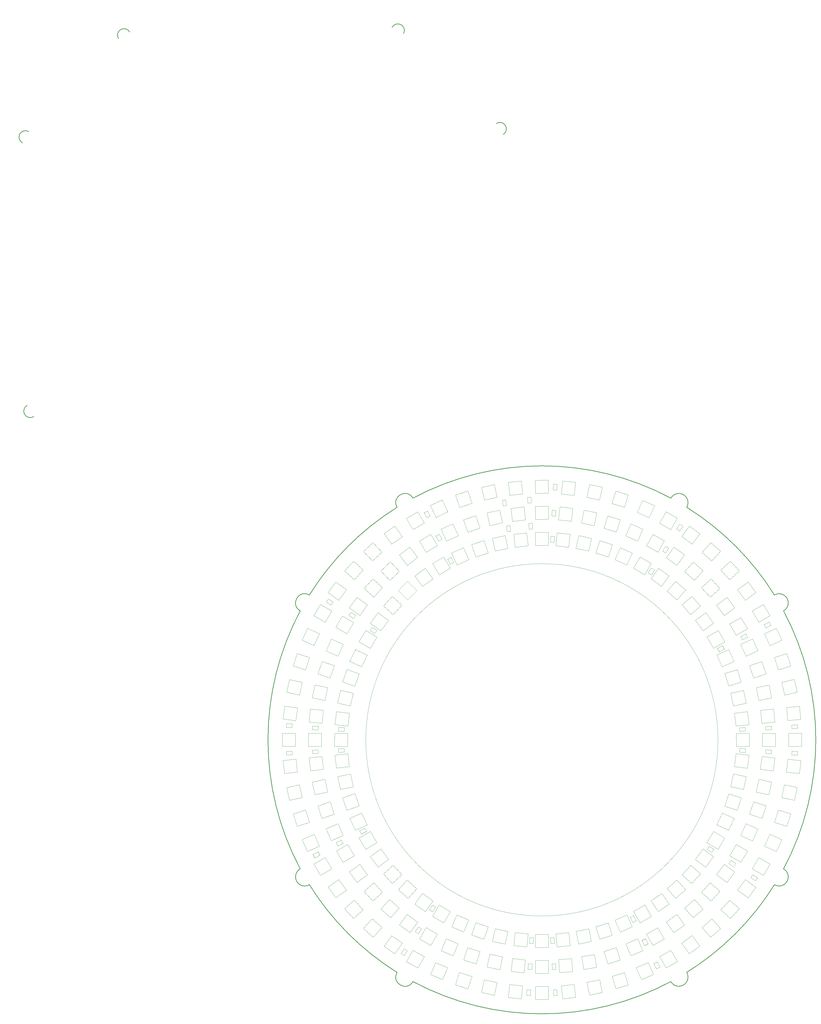
<source format=gm1>
G04 Layer_Color=16711935*
%FSLAX42Y42*%
%MOMM*%
G71*
G01*
G75*
%ADD112C,0.10*%
%ADD113C,0.25*%
D112*
X6750Y0D02*
G03*
X6750Y0I-6750J0D01*
G01*
D02*
G03*
X6750Y0I-6750J0D01*
G01*
X-7435Y-530D02*
X-7383Y-1027D01*
X-7933Y-582D02*
X-7880Y-1080D01*
X-7933Y-582D02*
X-7435Y-530D01*
X-7880Y-1080D02*
X-7383Y-1027D01*
X-246Y7446D02*
X254Y7454D01*
X-254Y7946D02*
X246Y7954D01*
X254Y7454D01*
X-254Y7946D02*
X-246Y7446D01*
X528Y7438D02*
X1025Y7381D01*
X585Y7935D02*
X1082Y7878D01*
X1025Y7381D02*
X1082Y7878D01*
X528Y7438D02*
X585Y7935D01*
X1304Y7340D02*
X1792Y7235D01*
X1409Y7829D02*
X1898Y7723D01*
X1792Y7235D02*
X1898Y7723D01*
X1304Y7340D02*
X1409Y7829D01*
X2065Y7162D02*
X2541Y7009D01*
X2218Y7638D02*
X2694Y7484D01*
X2541Y7009D02*
X2694Y7484D01*
X2065Y7162D02*
X2218Y7638D01*
X2802Y6907D02*
X3259Y6705D01*
X3004Y7364D02*
X3462Y7162D01*
X3259Y6705D02*
X3462Y7162D01*
X2802Y6907D02*
X3004Y7364D01*
X4176Y6176D02*
X4579Y5880D01*
X4473Y6579D02*
X4875Y6283D01*
X4579Y5880D02*
X4875Y6283D01*
X4176Y6176D02*
X4473Y6579D01*
X4799Y5700D02*
X5175Y5369D01*
X5130Y6075D02*
X5505Y5745D01*
X5175Y5369D02*
X5505Y5745D01*
X4799Y5700D02*
X5130Y6075D01*
X5369Y5176D02*
X5698Y4800D01*
X5746Y5505D02*
X6075Y5128D01*
X5698Y4800D02*
X6075Y5128D01*
X5369Y5176D02*
X5746Y5505D01*
X5880Y4581D02*
X6175Y4177D01*
X6284Y4875D02*
X6579Y4471D01*
X6175Y4177D02*
X6579Y4471D01*
X5880Y4581D02*
X6284Y4875D01*
X6704Y3258D02*
X6908Y2802D01*
X7160Y3462D02*
X7365Y3006D01*
X6908Y2802D02*
X7365Y3006D01*
X6704Y3258D02*
X7160Y3462D01*
X7011Y2546D02*
X7157Y2067D01*
X7489Y2691D02*
X7635Y2213D01*
X7157Y2067D02*
X7635Y2213D01*
X7011Y2546D02*
X7489Y2691D01*
X7236Y1795D02*
X7338Y1305D01*
X7726Y1897D02*
X7827Y1407D01*
X7338Y1305D02*
X7827Y1407D01*
X7236Y1795D02*
X7726Y1897D01*
X7381Y1025D02*
X7438Y528D01*
X7878Y1082D02*
X7935Y585D01*
X7438Y528D02*
X7935Y585D01*
X7381Y1025D02*
X7878Y1082D01*
X-1025Y7381D02*
X-528Y7438D01*
X-1082Y7878D02*
X-585Y7935D01*
X-528Y7438D01*
X-1082Y7878D02*
X-1025Y7381D01*
X-246Y8446D02*
X254Y8454D01*
X-254Y8946D02*
X246Y8954D01*
X254Y8454D01*
X-254Y8946D02*
X-246Y8446D01*
X635Y8430D02*
X1132Y8378D01*
X687Y8927D02*
X1184Y8875D01*
X1132Y8378D02*
X1184Y8875D01*
X635Y8430D02*
X687Y8927D01*
X1512Y8317D02*
X2001Y8213D01*
X1616Y8806D02*
X2105Y8702D01*
X2001Y8213D02*
X2105Y8702D01*
X1512Y8317D02*
X1616Y8806D01*
X2376Y8108D02*
X2854Y7962D01*
X2522Y8586D02*
X3001Y8440D01*
X2854Y7962D02*
X3001Y8440D01*
X2376Y8108D02*
X2522Y8586D01*
X3211Y7815D02*
X3671Y7620D01*
X3406Y8276D02*
X3866Y8080D01*
X3671Y7620D02*
X3866Y8080D01*
X3211Y7815D02*
X3406Y8276D01*
X4765Y6983D02*
X5169Y6689D01*
X5058Y7388D02*
X5463Y7094D01*
X5169Y6689D02*
X5463Y7094D01*
X4765Y6983D02*
X5058Y7388D01*
X5468Y6447D02*
X5840Y6112D01*
X5803Y6818D02*
X6175Y6484D01*
X5840Y6112D02*
X6175Y6484D01*
X5468Y6447D02*
X5803Y6818D01*
X6112Y5834D02*
X6453Y5468D01*
X6478Y6175D02*
X6819Y5809D01*
X6453Y5468D02*
X6819Y5809D01*
X6112Y5834D02*
X6478Y6175D01*
X6689Y5166D02*
X6986Y4764D01*
X7091Y5463D02*
X7388Y5061D01*
X6986Y4764D02*
X7388Y5061D01*
X6689Y5166D02*
X7091Y5463D01*
X7193Y4442D02*
X7443Y4008D01*
X7626Y4692D02*
X7876Y4258D01*
X7443Y4008D02*
X7876Y4258D01*
X7193Y4442D02*
X7626Y4692D01*
X7617Y3662D02*
X7824Y3207D01*
X8072Y3870D02*
X8279Y3415D01*
X7824Y3207D02*
X8279Y3415D01*
X7617Y3662D02*
X8072Y3870D01*
X7958Y2846D02*
X8116Y2372D01*
X8432Y3005D02*
X8591Y2531D01*
X8116Y2372D02*
X8591Y2531D01*
X7958Y2846D02*
X8432Y3005D01*
X8217Y2007D02*
X8312Y1516D01*
X8708Y2102D02*
X8803Y1611D01*
X8312Y1516D02*
X8803Y1611D01*
X8217Y2007D02*
X8708Y2102D01*
X8378Y1132D02*
X8430Y635D01*
X8875Y1184D02*
X8927Y687D01*
X8430Y635D02*
X8927Y687D01*
X8378Y1132D02*
X8875Y1184D01*
X-1129Y8376D02*
X-633Y8432D01*
X-1186Y8872D02*
X-689Y8929D01*
X-633Y8432D01*
X-1186Y8872D02*
X-1129Y8376D01*
X-246Y9446D02*
X254Y9454D01*
X-254Y9946D02*
X246Y9954D01*
X254Y9454D01*
X-254Y9946D02*
X-246Y9446D01*
X739Y9424D02*
X1236Y9372D01*
X791Y9922D02*
X1289Y9869D01*
X1236Y9372D02*
X1289Y9869D01*
X739Y9424D02*
X791Y9922D01*
X1720Y9295D02*
X2209Y9192D01*
X1824Y9785D02*
X2313Y9681D01*
X2209Y9192D02*
X2313Y9681D01*
X1720Y9295D02*
X1824Y9785D01*
X3654Y8716D02*
X4112Y8515D01*
X3856Y9174D02*
X4313Y8972D01*
X4112Y8515D02*
X4313Y8972D01*
X3654Y8716D02*
X3856Y9174D01*
X5352Y7795D02*
X5754Y7498D01*
X5649Y8197D02*
X6051Y7900D01*
X5754Y7498D02*
X6051Y7900D01*
X5352Y7795D02*
X5649Y8197D01*
X6137Y7190D02*
X6509Y6855D01*
X6472Y7562D02*
X6844Y7227D01*
X6509Y6855D02*
X6844Y7227D01*
X6137Y7190D02*
X6472Y7562D01*
X6855Y6509D02*
X7190Y6137D01*
X7227Y6844D02*
X7562Y6472D01*
X7190Y6137D02*
X7562Y6472D01*
X6855Y6509D02*
X7227Y6844D01*
X7498Y5757D02*
X7792Y5352D01*
X7903Y6051D02*
X8197Y5646D01*
X7792Y5352D02*
X8197Y5646D01*
X7498Y5757D02*
X7903Y6051D01*
X8059Y4942D02*
X8309Y4508D01*
X8492Y5192D02*
X8742Y4758D01*
X8309Y4508D02*
X8742Y4758D01*
X8059Y4942D02*
X8492Y5192D01*
X8531Y4071D02*
X8735Y3615D01*
X8987Y4276D02*
X9192Y3819D01*
X8735Y3615D02*
X9192Y3819D01*
X8531Y4071D02*
X8987Y4276D01*
X8910Y3158D02*
X9065Y2682D01*
X9386Y3312D02*
X9540Y2837D01*
X9065Y2682D02*
X9540Y2837D01*
X8910Y3158D02*
X9386Y3312D01*
X9190Y2207D02*
X9298Y1719D01*
X9678Y2315D02*
X9786Y1827D01*
X9298Y1719D02*
X9786Y1827D01*
X9190Y2207D02*
X9678Y2315D01*
X9374Y1239D02*
X9422Y741D01*
X9872Y1287D02*
X9920Y789D01*
X9422Y741D02*
X9920Y789D01*
X9374Y1239D02*
X9872Y1287D01*
X-1234Y9370D02*
X-737Y9427D01*
X-1291Y9867D02*
X-794Y9924D01*
X-737Y9427D01*
X-1291Y9867D02*
X-1234Y9370D01*
X2684Y9062D02*
X3161Y8912D01*
X2834Y9539D02*
X3311Y9389D01*
X3161Y8912D02*
X3311Y9389D01*
X2684Y9062D02*
X2834Y9539D01*
X6328Y3945D02*
X6574Y3509D01*
X6763Y4191D02*
X7009Y3755D01*
X6574Y3509D02*
X7009Y3755D01*
X6328Y3945D02*
X6763Y4191D01*
X473Y7578D02*
X478Y7798D01*
X328Y7581D02*
X333Y7801D01*
X328Y7581D02*
X473Y7578D01*
X333Y7801D02*
X478Y7798D01*
X4197Y6326D02*
X4313Y6513D01*
X4074Y6402D02*
X4190Y6589D01*
X4074Y6402D02*
X4197Y6326D01*
X4190Y6589D02*
X4313Y6513D01*
X4740Y7165D02*
X4859Y7350D01*
X4618Y7243D02*
X4737Y7428D01*
X4618Y7243D02*
X4740Y7165D01*
X4737Y7428D02*
X4859Y7350D01*
X4509Y8306D02*
X4944Y8060D01*
X4756Y8741D02*
X5191Y8495D01*
X4944Y8060D02*
X5191Y8495D01*
X4509Y8306D02*
X4756Y8741D01*
X4010Y7437D02*
X4447Y7195D01*
X4253Y7874D02*
X4690Y7632D01*
X4447Y7195D02*
X4690Y7632D01*
X4010Y7437D02*
X4253Y7874D01*
X3509Y6574D02*
X3945Y6328D01*
X3755Y7009D02*
X4191Y6763D01*
X3945Y6328D02*
X4191Y6763D01*
X3509Y6574D02*
X3755Y7009D01*
X5283Y8003D02*
X5404Y8187D01*
X5162Y8083D02*
X5283Y8267D01*
X5162Y8083D02*
X5283Y8003D01*
X5283Y8267D02*
X5404Y8187D01*
X6796Y3381D02*
X6992Y3482D01*
X6730Y3510D02*
X6925Y3611D01*
X6730Y3510D02*
X6796Y3381D01*
X6925Y3611D02*
X6992Y3482D01*
X7688Y3835D02*
X7883Y3936D01*
X7621Y3963D02*
X7816Y4065D01*
X7621Y3963D02*
X7688Y3835D01*
X7816Y4065D02*
X7883Y3936D01*
X8578Y4289D02*
X8774Y4389D01*
X8512Y4418D02*
X8708Y4518D01*
X8512Y4418D02*
X8578Y4289D01*
X8708Y4518D02*
X8774Y4389D01*
X7575Y-469D02*
X7795Y-482D01*
X7584Y-324D02*
X7803Y-337D01*
X7575Y-469D02*
X7584Y-324D01*
X7795Y-482D02*
X7803Y-337D01*
X8574Y-522D02*
X8794Y-534D01*
X8582Y-377D02*
X8802Y-389D01*
X8574Y-522D02*
X8582Y-377D01*
X8794Y-534D02*
X8802Y-389D01*
X9574Y-575D02*
X9794Y-585D01*
X9580Y-431D02*
X9800Y-440D01*
X9574Y-575D02*
X9580Y-431D01*
X9794Y-585D02*
X9800Y-440D01*
X6326Y-4193D02*
X6509Y-4315D01*
X6406Y-4073D02*
X6590Y-4194D01*
X6326Y-4193D02*
X6406Y-4073D01*
X6509Y-4315D02*
X6590Y-4194D01*
X7165Y-4739D02*
X7349Y-4859D01*
X7244Y-4618D02*
X7428Y-4737D01*
X7165Y-4739D02*
X7244Y-4618D01*
X7349Y-4859D02*
X7428Y-4737D01*
X8003Y-5283D02*
X8187Y-5404D01*
X8083Y-5162D02*
X8267Y-5283D01*
X8003Y-5283D02*
X8083Y-5162D01*
X8187Y-5404D02*
X8267Y-5283D01*
X3381Y-6796D02*
X3482Y-6992D01*
X3510Y-6730D02*
X3611Y-6925D01*
X3381Y-6796D02*
X3510Y-6730D01*
X3482Y-6992D02*
X3611Y-6925D01*
X3835Y-7687D02*
X3936Y-7883D01*
X3964Y-7621D02*
X4065Y-7816D01*
X3835Y-7687D02*
X3964Y-7621D01*
X3936Y-7883D02*
X4065Y-7816D01*
X4289Y-8577D02*
X4389Y-8774D01*
X4419Y-8512D02*
X4518Y-8708D01*
X4289Y-8577D02*
X4419Y-8512D01*
X4389Y-8774D02*
X4518Y-8708D01*
X-481Y-7796D02*
X-470Y-7576D01*
X-336Y-7803D02*
X-325Y-7583D01*
X-470Y-7576D02*
X-325Y-7583D01*
X-481Y-7796D02*
X-336Y-7803D01*
X-533Y-8794D02*
X-522Y-8575D01*
X-388Y-8802D02*
X-377Y-8582D01*
X-522Y-8575D02*
X-377Y-8582D01*
X-533Y-8794D02*
X-388Y-8802D01*
X-585Y-9793D02*
X-575Y-9574D01*
X-440Y-9800D02*
X-430Y-9580D01*
X-575Y-9574D02*
X-430Y-9580D01*
X-585Y-9793D02*
X-440Y-9800D01*
X-4315Y-6509D02*
X-4193Y-6326D01*
X-4194Y-6590D02*
X-4072Y-6406D01*
X-4193Y-6326D02*
X-4072Y-6406D01*
X-4315Y-6509D02*
X-4194Y-6590D01*
X-4859Y-7349D02*
X-4739Y-7165D01*
X-4738Y-7428D02*
X-4618Y-7244D01*
X-4739Y-7165D02*
X-4618Y-7244D01*
X-4859Y-7349D02*
X-4738Y-7428D01*
X-5404Y-8188D02*
X-5284Y-8003D01*
X-5282Y-8267D02*
X-5162Y-8082D01*
X-5284Y-8003D02*
X-5162Y-8082D01*
X-5404Y-8188D02*
X-5282Y-8267D01*
X-6992Y-3481D02*
X-6796Y-3381D01*
X-6926Y-3610D02*
X-6730Y-3510D01*
X-6796Y-3381D02*
X-6730Y-3510D01*
X-6992Y-3481D02*
X-6926Y-3610D01*
X525Y8576D02*
X531Y8796D01*
X380Y8580D02*
X386Y8800D01*
X380Y8580D02*
X525Y8576D01*
X386Y8800D02*
X531Y8796D01*
X576Y9574D02*
X584Y9794D01*
X431Y9580D02*
X439Y9799D01*
X431Y9580D02*
X576Y9574D01*
X439Y9799D02*
X584Y9794D01*
X-3942Y7883D02*
X-3832Y7692D01*
X-4067Y7811D02*
X-3958Y7620D01*
X-3832Y7692D01*
X-4067Y7811D02*
X-3942Y7883D01*
X-9800Y-445D02*
X-9793Y-580D01*
X-9580Y-435D02*
X-9574Y-570D01*
X-9793Y-580D02*
X-9574Y-570D01*
X-9800Y-445D02*
X-9580Y-435D01*
X9793Y581D02*
X9800Y446D01*
X9573Y569D02*
X9580Y434D01*
X9573Y569D02*
X9793Y581D01*
X9580Y434D02*
X9800Y446D01*
X-543Y9074D02*
X-408Y9081D01*
X-555Y9294D02*
X-420Y9301D01*
X-408Y9081D01*
X-555Y9294D02*
X-543Y9074D01*
X-8801Y-393D02*
X-8795Y-528D01*
X-8581Y-383D02*
X-8575Y-518D01*
X-8795Y-528D02*
X-8575Y-518D01*
X-8801Y-393D02*
X-8581Y-383D01*
X8795Y527D02*
X8801Y393D01*
X8575Y518D02*
X8581Y383D01*
X8575Y518D02*
X8795Y527D01*
X8581Y383D02*
X8801Y393D01*
X-491Y8075D02*
X-356Y8082D01*
X-502Y8295D02*
X-368Y8302D01*
X-356Y8082D01*
X-502Y8295D02*
X-491Y8075D01*
X-7803Y-342D02*
X-7796Y-476D01*
X-7583Y-329D02*
X-7576Y-464D01*
X-7796Y-476D02*
X-7576Y-464D01*
X-7803Y-342D02*
X-7583Y-329D01*
X7797Y475D02*
X7802Y340D01*
X7577Y466D02*
X7582Y331D01*
X7577Y466D02*
X7797Y475D01*
X7582Y331D02*
X7802Y340D01*
X7448Y248D02*
X7452Y-252D01*
X7948Y252D02*
X7952Y-248D01*
X7452Y-252D02*
X7952Y-248D01*
X7448Y248D02*
X7948Y252D01*
X8448Y-248D02*
X8452Y252D01*
X8948Y-252D02*
X8952Y248D01*
X8448Y-248D02*
X8948Y-252D01*
X8452Y252D02*
X8952Y248D01*
X9450Y250D02*
X9450Y-250D01*
X9950Y250D02*
X9950Y-250D01*
X9450Y-250D02*
X9950Y-250D01*
X9450Y250D02*
X9950Y250D01*
X9370Y-1234D02*
X9427Y-737D01*
X9867Y-1291D02*
X9924Y-794D01*
X9370Y-1234D02*
X9867Y-1291D01*
X9427Y-737D02*
X9924Y-794D01*
X8374Y-1127D02*
X8435Y-631D01*
X8870Y-1188D02*
X8931Y-692D01*
X8374Y-1127D02*
X8870Y-1188D01*
X8435Y-631D02*
X8931Y-692D01*
X7381Y-1025D02*
X7438Y-528D01*
X7878Y-1082D02*
X7935Y-585D01*
X7381Y-1025D02*
X7878Y-1082D01*
X7438Y-528D02*
X7935Y-585D01*
X7235Y-1793D02*
X7339Y-1304D01*
X7724Y-1897D02*
X7828Y-1408D01*
X7235Y-1793D02*
X7724Y-1897D01*
X7339Y-1304D02*
X7828Y-1408D01*
X7008Y-2540D02*
X7163Y-2064D01*
X7484Y-2694D02*
X7638Y-2219D01*
X7008Y-2540D02*
X7484Y-2694D01*
X7163Y-2064D02*
X7638Y-2219D01*
X7959Y-2849D02*
X8114Y-2373D01*
X8435Y-3003D02*
X8589Y-2528D01*
X7959Y-2849D02*
X8435Y-3003D01*
X8114Y-2373D02*
X8589Y-2528D01*
X8910Y-3158D02*
X9065Y-2682D01*
X9386Y-3312D02*
X9540Y-2837D01*
X8910Y-3158D02*
X9386Y-3312D01*
X9065Y-2682D02*
X9540Y-2837D01*
X9192Y-2209D02*
X9295Y-1720D01*
X9681Y-2313D02*
X9785Y-1824D01*
X9192Y-2209D02*
X9681Y-2313D01*
X9295Y-1720D02*
X9785Y-1824D01*
X8213Y-2001D02*
X8317Y-1512D01*
X8702Y-2105D02*
X8806Y-1616D01*
X8213Y-2001D02*
X8702Y-2105D01*
X8317Y-1512D02*
X8806Y-1616D01*
X8531Y-4072D02*
X8735Y-3615D01*
X8988Y-4275D02*
X9191Y-3819D01*
X8531Y-4072D02*
X8988Y-4275D01*
X8735Y-3615D02*
X9191Y-3819D01*
X7617Y-3664D02*
X7823Y-3208D01*
X8073Y-3869D02*
X8278Y-3413D01*
X7617Y-3664D02*
X8073Y-3869D01*
X7823Y-3208D02*
X8278Y-3413D01*
X6702Y-3253D02*
X6913Y-2800D01*
X7155Y-3464D02*
X7367Y-3011D01*
X6702Y-3253D02*
X7155Y-3464D01*
X6913Y-2800D02*
X7367Y-3011D01*
X6325Y-3936D02*
X6583Y-3507D01*
X6754Y-4193D02*
X7011Y-3764D01*
X6325Y-3936D02*
X6754Y-4193D01*
X6583Y-3507D02*
X7011Y-3764D01*
X7192Y-4439D02*
X7446Y-4008D01*
X7623Y-4692D02*
X7877Y-4261D01*
X7192Y-4439D02*
X7623Y-4692D01*
X7446Y-4008D02*
X7877Y-4261D01*
X8058Y-4939D02*
X8312Y-4508D01*
X8489Y-5192D02*
X8743Y-4761D01*
X8058Y-4939D02*
X8489Y-5192D01*
X8312Y-4508D02*
X8743Y-4761D01*
X6688Y-5163D02*
X6989Y-4764D01*
X7088Y-5464D02*
X7389Y-5065D01*
X6688Y-5163D02*
X7088Y-5464D01*
X6989Y-4764D02*
X7389Y-5065D01*
X7498Y-5757D02*
X7792Y-5352D01*
X7903Y-6051D02*
X8197Y-5646D01*
X7498Y-5757D02*
X7903Y-6051D01*
X7792Y-5352D02*
X8197Y-5646D01*
X5880Y-4578D02*
X6177Y-4176D01*
X6282Y-4876D02*
X6579Y-4474D01*
X5880Y-4578D02*
X6282Y-4876D01*
X6177Y-4176D02*
X6579Y-4474D01*
X6855Y-6509D02*
X7190Y-6137D01*
X7227Y-6844D02*
X7562Y-6472D01*
X6855Y-6509D02*
X7227Y-6844D01*
X7190Y-6137D02*
X7562Y-6472D01*
X6112Y-5840D02*
X6447Y-5468D01*
X6484Y-6175D02*
X6818Y-5803D01*
X6112Y-5840D02*
X6484Y-6175D01*
X6447Y-5468D02*
X6818Y-5803D01*
X5369Y-5171D02*
X5704Y-4799D01*
X5741Y-5505D02*
X6075Y-5134D01*
X5369Y-5171D02*
X5741Y-5505D01*
X5704Y-4799D02*
X6075Y-5134D01*
X6138Y-7187D02*
X6512Y-6856D01*
X6469Y-7561D02*
X6843Y-7230D01*
X6138Y-7187D02*
X6469Y-7561D01*
X6512Y-6856D02*
X6843Y-7230D01*
X5469Y-6444D02*
X5843Y-6112D01*
X5800Y-6818D02*
X6174Y-6487D01*
X5469Y-6444D02*
X5800Y-6818D01*
X5843Y-6112D02*
X6174Y-6487D01*
X4799Y-5701D02*
X5174Y-5369D01*
X5131Y-6075D02*
X5505Y-5744D01*
X4799Y-5701D02*
X5131Y-6075D01*
X5174Y-5369D02*
X5505Y-5744D01*
X5352Y-7792D02*
X5757Y-7498D01*
X5646Y-8197D02*
X6051Y-7903D01*
X5352Y-7792D02*
X5646Y-8197D01*
X5757Y-7498D02*
X6051Y-7903D01*
X4766Y-6977D02*
X5175Y-6690D01*
X5052Y-7387D02*
X5462Y-7100D01*
X4766Y-6977D02*
X5052Y-7387D01*
X5175Y-6690D02*
X5462Y-7100D01*
X4178Y-6165D02*
X4590Y-5882D01*
X4462Y-6577D02*
X4874Y-6294D01*
X4178Y-6165D02*
X4462Y-6577D01*
X4590Y-5882D02*
X4874Y-6294D01*
X4508Y-8310D02*
X4940Y-8059D01*
X4760Y-8742D02*
X5192Y-8491D01*
X4508Y-8310D02*
X4760Y-8742D01*
X4940Y-8059D02*
X5192Y-8491D01*
X4009Y-7440D02*
X4445Y-7194D01*
X4255Y-7875D02*
X4691Y-7629D01*
X4009Y-7440D02*
X4255Y-7875D01*
X4445Y-7194D02*
X4691Y-7629D01*
X3510Y-6571D02*
X3947Y-6329D01*
X3753Y-7008D02*
X4190Y-6766D01*
X3510Y-6571D02*
X3753Y-7008D01*
X3947Y-6329D02*
X4190Y-6766D01*
X3616Y-8732D02*
X4075Y-8532D01*
X3816Y-9190D02*
X4274Y-8991D01*
X3616Y-8732D02*
X3816Y-9190D01*
X4075Y-8532D02*
X4274Y-8991D01*
X3211Y-7815D02*
X3671Y-7620D01*
X3406Y-8276D02*
X3866Y-8080D01*
X3211Y-7815D02*
X3406Y-8276D01*
X3671Y-7620D02*
X3866Y-8080D01*
X2802Y-6908D02*
X3259Y-6704D01*
X3005Y-7364D02*
X3462Y-7161D01*
X2802Y-6908D02*
X3005Y-7364D01*
X3259Y-6704D02*
X3462Y-7161D01*
X2685Y-9059D02*
X3163Y-8913D01*
X2831Y-9537D02*
X3310Y-9391D01*
X2685Y-9059D02*
X2831Y-9537D01*
X3163Y-8913D02*
X3310Y-9391D01*
X2373Y-8114D02*
X2849Y-7959D01*
X2528Y-8589D02*
X3003Y-8435D01*
X2373Y-8114D02*
X2528Y-8589D01*
X2849Y-7959D02*
X3003Y-8435D01*
X2066Y-7160D02*
X2543Y-7010D01*
X2216Y-7637D02*
X2693Y-7486D01*
X2066Y-7160D02*
X2216Y-7637D01*
X2543Y-7010D02*
X2693Y-7486D01*
X1722Y-9293D02*
X2212Y-9193D01*
X1822Y-9783D02*
X2312Y-9683D01*
X1722Y-9293D02*
X1822Y-9783D01*
X2212Y-9193D02*
X2312Y-9683D01*
X1517Y-8310D02*
X2009Y-8219D01*
X1609Y-8801D02*
X2100Y-8710D01*
X1517Y-8310D02*
X1609Y-8801D01*
X2009Y-8219D02*
X2100Y-8710D01*
X1306Y-7337D02*
X1796Y-7237D01*
X1406Y-7827D02*
X1896Y-7727D01*
X1306Y-7337D02*
X1406Y-7827D01*
X1796Y-7237D02*
X1896Y-7727D01*
X739Y-9424D02*
X1236Y-9372D01*
X791Y-9922D02*
X1289Y-9869D01*
X739Y-9424D02*
X791Y-9922D01*
X1236Y-9372D02*
X1289Y-9869D01*
X-250Y-9450D02*
X250Y-9450D01*
X-250Y-9950D02*
X250Y-9950D01*
X-250Y-9450D02*
X-250Y-9950D01*
X250Y-9450D02*
X250Y-9950D01*
X-1238Y-9373D02*
X-740Y-9423D01*
X-1288Y-9871D02*
X-790Y-9921D01*
X-1288Y-9871D02*
X-1238Y-9373D01*
X-790Y-9921D02*
X-740Y-9423D01*
X-2209Y-9192D02*
X-1720Y-9295D01*
X-2313Y-9681D02*
X-1824Y-9785D01*
X-2313Y-9681D02*
X-2209Y-9192D01*
X-1824Y-9785D02*
X-1720Y-9295D01*
X-3158Y-8910D02*
X-2682Y-9065D01*
X-3312Y-9386D02*
X-2837Y-9540D01*
X-3312Y-9386D02*
X-3158Y-8910D01*
X-2837Y-9540D02*
X-2682Y-9065D01*
X643Y-8420D02*
X1141Y-8386D01*
X677Y-8919D02*
X1176Y-8884D01*
X643Y-8420D02*
X677Y-8919D01*
X1141Y-8386D02*
X1176Y-8884D01*
X-250Y-8450D02*
X250Y-8450D01*
X-250Y-8950D02*
X250Y-8950D01*
X-250Y-8450D02*
X-250Y-8950D01*
X250Y-8950D02*
X250Y-8450D01*
X530Y-7435D02*
X1027Y-7383D01*
X582Y-7933D02*
X1080Y-7880D01*
X530Y-7435D02*
X582Y-7933D01*
X1027Y-7383D02*
X1080Y-7880D01*
X-248Y-7448D02*
X252Y-7452D01*
X-252Y-7948D02*
X248Y-7952D01*
X-252Y-7948D02*
X-248Y-7448D01*
X248Y-7952D02*
X252Y-7452D01*
X-1030Y-7385D02*
X-532Y-7433D01*
X-1078Y-7883D02*
X-580Y-7931D01*
X-1078Y-7883D02*
X-1030Y-7385D01*
X-580Y-7931D02*
X-532Y-7433D01*
X-1132Y-8378D02*
X-635Y-8430D01*
X-1184Y-8875D02*
X-687Y-8927D01*
X-1184Y-8875D02*
X-1132Y-8378D01*
X-687Y-8927D02*
X-635Y-8430D01*
X-2001Y-8213D02*
X-1512Y-8317D01*
X-2105Y-8702D02*
X-1616Y-8806D01*
X-2105Y-8702D02*
X-2001Y-8213D01*
X-1616Y-8806D02*
X-1512Y-8317D01*
X-1793Y-7235D02*
X-1304Y-7339D01*
X-1897Y-7724D02*
X-1408Y-7828D01*
X-1897Y-7724D02*
X-1793Y-7235D01*
X-1408Y-7828D02*
X-1304Y-7339D01*
X-2852Y-7961D02*
X-2375Y-8111D01*
X-3002Y-8437D02*
X-2525Y-8588D01*
X-3002Y-8437D02*
X-2852Y-7961D01*
X-2525Y-8588D02*
X-2375Y-8111D01*
X-2537Y-7007D02*
X-2063Y-7165D01*
X-2696Y-7481D02*
X-2222Y-7640D01*
X-2696Y-7481D02*
X-2537Y-7007D01*
X-2222Y-7640D02*
X-2063Y-7165D01*
X-4075Y-8532D02*
X-3616Y-8732D01*
X-4274Y-8991D02*
X-3816Y-9190D01*
X-4274Y-8991D02*
X-4075Y-8532D01*
X-3816Y-9190D02*
X-3616Y-8732D01*
X-3671Y-7620D02*
X-3211Y-7815D01*
X-3866Y-8080D02*
X-3406Y-8276D01*
X-3866Y-8080D02*
X-3671Y-7620D01*
X-3406Y-8276D02*
X-3211Y-7815D01*
X-3261Y-6705D02*
X-2803Y-6905D01*
X-3461Y-7164D02*
X-3002Y-7363D01*
X-3461Y-7164D02*
X-3261Y-6705D01*
X-3002Y-7363D02*
X-2803Y-6905D01*
X-3939Y-6326D02*
X-3508Y-6580D01*
X-4192Y-6757D02*
X-3761Y-7011D01*
X-4192Y-6757D02*
X-3939Y-6326D01*
X-3761Y-7011D02*
X-3508Y-6580D01*
X-4442Y-7193D02*
X-4008Y-7443D01*
X-4692Y-7626D02*
X-4258Y-7876D01*
X-4692Y-7626D02*
X-4442Y-7193D01*
X-4258Y-7876D02*
X-4008Y-7443D01*
X-4947Y-8061D02*
X-4510Y-8303D01*
X-5190Y-8498D02*
X-4753Y-8740D01*
X-5190Y-8498D02*
X-4947Y-8061D01*
X-4753Y-8740D02*
X-4510Y-8303D01*
X-5760Y-7499D02*
X-5353Y-7789D01*
X-6050Y-7906D02*
X-5643Y-8196D01*
X-6050Y-7906D02*
X-5760Y-7499D01*
X-5643Y-8196D02*
X-5353Y-7789D01*
X-5166Y-6689D02*
X-4764Y-6986D01*
X-5463Y-7091D02*
X-5061Y-7388D01*
X-5463Y-7091D02*
X-5166Y-6689D01*
X-5061Y-7388D02*
X-4764Y-6986D01*
X-4584Y-5881D02*
X-4177Y-6171D01*
X-4875Y-6288D02*
X-4468Y-6578D01*
X-4875Y-6288D02*
X-4584Y-5881D01*
X-4468Y-6578D02*
X-4177Y-6171D01*
X-5168Y-5369D02*
X-4799Y-5707D01*
X-5506Y-5738D02*
X-5137Y-6075D01*
X-5506Y-5738D02*
X-5168Y-5369D01*
X-5137Y-6075D02*
X-4799Y-5707D01*
X-5843Y-6112D02*
X-5469Y-6444D01*
X-6174Y-6487D02*
X-5800Y-6818D01*
X-6174Y-6487D02*
X-5843Y-6112D01*
X-5800Y-6818D02*
X-5469Y-6444D01*
X-6509Y-6855D02*
X-6137Y-7190D01*
X-6844Y-7227D02*
X-6472Y-7562D01*
X-6844Y-7227D02*
X-6509Y-6855D01*
X-6472Y-7562D02*
X-6137Y-7190D01*
X-7190Y-6137D02*
X-6855Y-6509D01*
X-7562Y-6472D02*
X-7227Y-6844D01*
X-7562Y-6472D02*
X-7190Y-6137D01*
X-7227Y-6844D02*
X-6855Y-6509D01*
X-6450Y-5468D02*
X-6112Y-5837D01*
X-6819Y-5806D02*
X-6481Y-6175D01*
X-6819Y-5806D02*
X-6450Y-5468D01*
X-6481Y-6175D02*
X-6112Y-5837D01*
X-5707Y-4799D02*
X-5369Y-5168D01*
X-6075Y-5137D02*
X-5738Y-5506D01*
X-6075Y-5137D02*
X-5707Y-4799D01*
X-5738Y-5506D02*
X-5369Y-5168D01*
X-7789Y-5353D02*
X-7499Y-5760D01*
X-8196Y-5643D02*
X-7906Y-6050D01*
X-8196Y-5643D02*
X-7789Y-5353D01*
X-7906Y-6050D02*
X-7499Y-5760D01*
X-6983Y-4765D02*
X-6689Y-5169D01*
X-7388Y-5058D02*
X-7094Y-5463D01*
X-7388Y-5058D02*
X-6983Y-4765D01*
X-7094Y-5463D02*
X-6689Y-5169D01*
X-6179Y-4176D02*
X-5880Y-4577D01*
X-6579Y-4475D02*
X-6280Y-4876D01*
X-6579Y-4475D02*
X-6179Y-4176D01*
X-6280Y-4876D02*
X-5880Y-4577D01*
X-8312Y-4508D02*
X-8058Y-4939D01*
X-8743Y-4761D02*
X-8489Y-5192D01*
X-8743Y-4761D02*
X-8312Y-4508D01*
X-8489Y-5192D02*
X-8058Y-4939D01*
X-7446Y-4008D02*
X-7192Y-4439D01*
X-7877Y-4261D02*
X-7623Y-4692D01*
X-7877Y-4261D02*
X-7446Y-4008D01*
X-7623Y-4692D02*
X-7192Y-4439D01*
X-6577Y-3508D02*
X-6327Y-3942D01*
X-7010Y-3758D02*
X-6760Y-4192D01*
X-7010Y-3758D02*
X-6577Y-3508D01*
X-6760Y-4192D02*
X-6327Y-3942D01*
X-6908Y-2802D02*
X-6704Y-3259D01*
X-7364Y-3005D02*
X-7161Y-3462D01*
X-7364Y-3005D02*
X-6908Y-2802D01*
X-7161Y-3462D02*
X-6704Y-3259D01*
X-7815Y-3211D02*
X-7620Y-3671D01*
X-8276Y-3406D02*
X-8080Y-3866D01*
X-8276Y-3406D02*
X-7815Y-3211D01*
X-8080Y-3866D02*
X-7620Y-3671D01*
X-8732Y-3616D02*
X-8532Y-4075D01*
X-9190Y-3816D02*
X-8991Y-4274D01*
X-9190Y-3816D02*
X-8732Y-3616D01*
X-8991Y-4274D02*
X-8532Y-4075D01*
X-9065Y-2682D02*
X-8910Y-3158D01*
X-9540Y-2837D02*
X-9386Y-3312D01*
X-9540Y-2837D02*
X-9065Y-2682D01*
X-9386Y-3312D02*
X-8910Y-3158D01*
X-8116Y-2372D02*
X-7958Y-2846D01*
X-8591Y-2531D02*
X-8432Y-3005D01*
X-8591Y-2531D02*
X-8116Y-2372D01*
X-8432Y-3005D02*
X-7958Y-2846D01*
X-7165Y-2063D02*
X-7007Y-2537D01*
X-7640Y-2222D02*
X-7481Y-2696D01*
X-7640Y-2222D02*
X-7165Y-2063D01*
X-7481Y-2696D02*
X-7007Y-2537D01*
X-7337Y-1306D02*
X-7237Y-1796D01*
X-7827Y-1406D02*
X-7727Y-1896D01*
X-7827Y-1406D02*
X-7337Y-1306D01*
X-7727Y-1896D02*
X-7237Y-1796D01*
X-8317Y-1512D02*
X-8213Y-2001D01*
X-8806Y-1616D02*
X-8702Y-2105D01*
X-8806Y-1616D02*
X-8317Y-1512D01*
X-8702Y-2105D02*
X-8213Y-2001D01*
X-9298Y-1719D02*
X-9190Y-2207D01*
X-9786Y-1827D02*
X-9678Y-2315D01*
X-9786Y-1827D02*
X-9298Y-1719D01*
X-9678Y-2315D02*
X-9190Y-2207D01*
X-9424Y-739D02*
X-9372Y-1236D01*
X-9922Y-791D02*
X-9869Y-1289D01*
X-9922Y-791D02*
X-9424Y-739D01*
X-9869Y-1289D02*
X-9372Y-1236D01*
X-8432Y-633D02*
X-8376Y-1129D01*
X-8929Y-689D02*
X-8872Y-1186D01*
X-8929Y-689D02*
X-8432Y-633D01*
X-8872Y-1186D02*
X-8376Y-1129D01*
X-7454Y-254D02*
X-7446Y246D01*
X-7954Y-246D02*
X-7946Y254D01*
X-7446Y246D01*
X-7954Y-246D02*
X-7454Y-254D01*
X-8450Y250D02*
X-8450Y-250D01*
X-8950Y250D02*
X-8950Y-250D01*
X-8950Y250D02*
X-8450Y250D01*
X-8950Y-250D02*
X-8450Y-250D01*
X-9450Y250D02*
X-9450Y-250D01*
X-9950Y250D02*
X-9950Y-250D01*
X-9950Y250D02*
X-9450Y250D01*
X-9950Y-250D02*
X-9450Y-250D01*
X-9432Y733D02*
X-9366Y1229D01*
X-9927Y799D02*
X-9862Y1294D01*
X-9366Y1229D01*
X-9927Y799D02*
X-9432Y733D01*
X-8430Y635D02*
X-8378Y1132D01*
X-8927Y687D02*
X-8875Y1184D01*
X-8378Y1132D01*
X-8927Y687D02*
X-8430Y635D01*
X-7438Y528D02*
X-7381Y1025D01*
X-7935Y585D02*
X-7878Y1082D01*
X-7381Y1025D01*
X-7935Y585D02*
X-7438Y528D01*
X-7344Y1301D02*
X-7232Y1788D01*
X-7832Y1414D02*
X-7719Y1901D01*
X-7232Y1788D01*
X-7832Y1414D02*
X-7344Y1301D01*
X-8317Y1512D02*
X-8213Y2001D01*
X-8806Y1616D02*
X-8702Y2105D01*
X-8213Y2001D01*
X-8806Y1616D02*
X-8317Y1512D01*
X-9295Y1720D02*
X-9192Y2209D01*
X-9785Y1824D02*
X-9681Y2313D01*
X-9192Y2209D01*
X-9785Y1824D02*
X-9295Y1720D01*
X-9065Y2682D02*
X-8910Y3158D01*
X-9540Y2837D02*
X-9386Y3312D01*
X-8910Y3158D01*
X-9540Y2837D02*
X-9065Y2682D01*
X-8119Y2371D02*
X-7956Y2843D01*
X-8592Y2533D02*
X-8429Y3006D01*
X-7956Y2843D01*
X-8592Y2533D02*
X-8119Y2371D01*
X-7171Y2060D02*
X-7004Y2532D01*
X-7642Y2227D02*
X-7475Y2699D01*
X-7004Y2532D01*
X-7642Y2227D02*
X-7171Y2060D01*
X-6916Y2799D02*
X-6701Y3250D01*
X-7368Y3014D02*
X-7152Y3465D01*
X-6701Y3250D01*
X-7368Y3014D02*
X-6916Y2799D01*
X-7821Y3209D02*
X-7618Y3665D01*
X-8278Y3412D02*
X-8075Y3869D01*
X-7618Y3665D01*
X-8278Y3412D02*
X-7821Y3209D01*
X-8738Y3614D02*
X-8530Y4069D01*
X-9193Y3822D02*
X-8985Y4277D01*
X-8530Y4069D01*
X-9193Y3822D02*
X-8738Y3614D01*
X-6586Y3506D02*
X-6325Y3933D01*
X-7012Y3767D02*
X-6751Y4194D01*
X-6325Y3933D01*
X-7012Y3767D02*
X-6586Y3506D01*
X-7469Y4061D02*
X-7215Y4492D01*
X-7899Y4315D02*
X-7646Y4745D01*
X-7215Y4492D01*
X-7899Y4315D02*
X-7469Y4061D01*
X-8309Y4508D02*
X-8059Y4942D01*
X-8742Y4758D02*
X-8492Y5192D01*
X-8059Y4942D01*
X-8742Y4758D02*
X-8309Y4508D01*
X-7792Y5352D02*
X-7498Y5757D01*
X-8197Y5646D02*
X-7903Y6051D01*
X-7498Y5757D01*
X-8197Y5646D02*
X-7792Y5352D01*
X-6983Y4765D02*
X-6689Y5169D01*
X-7388Y5058D02*
X-7094Y5463D01*
X-6689Y5169D01*
X-7388Y5058D02*
X-6983Y4765D01*
X-6174Y4177D02*
X-5880Y4581D01*
X-6579Y4471D02*
X-6285Y4875D01*
X-5880Y4581D01*
X-6579Y4471D02*
X-6174Y4177D01*
X-5710Y4799D02*
X-5369Y5165D01*
X-6076Y5140D02*
X-5735Y5506D01*
X-5369Y5165D01*
X-6076Y5140D02*
X-5710Y4799D01*
X-6450Y5468D02*
X-6112Y5837D01*
X-6819Y5806D02*
X-6481Y6175D01*
X-6112Y5837D01*
X-6819Y5806D02*
X-6450Y5468D01*
X-7190Y6137D02*
X-6855Y6509D01*
X-7562Y6472D02*
X-7227Y6844D01*
X-6855Y6509D01*
X-7562Y6472D02*
X-7190Y6137D01*
X-5155Y5369D02*
X-4799Y5719D01*
X-5506Y5725D02*
X-5149Y6076D01*
X-4799Y5719D01*
X-5506Y5725D02*
X-5155Y5369D01*
X-4581Y5880D02*
X-4177Y6174D01*
X-4875Y6285D02*
X-4471Y6579D01*
X-4177Y6174D01*
X-4875Y6285D02*
X-4581Y5880D01*
X-5831Y6112D02*
X-5468Y6456D01*
X-6175Y6475D02*
X-5812Y6819D01*
X-5468Y6456D01*
X-6175Y6475D02*
X-5831Y6112D01*
X-6500Y6855D02*
X-6137Y7199D01*
X-6844Y7218D02*
X-6481Y7562D01*
X-6137Y7199D01*
X-6844Y7218D02*
X-6500Y6855D01*
X-5757Y7498D02*
X-5352Y7792D01*
X-6051Y7903D02*
X-5646Y8197D01*
X-5352Y7792D01*
X-6051Y7903D02*
X-5757Y7498D01*
X-5163Y6688D02*
X-4764Y6989D01*
X-5464Y7088D02*
X-5065Y7389D01*
X-4764Y6989D01*
X-5464Y7088D02*
X-5163Y6688D01*
X-3933Y6325D02*
X-3506Y6586D01*
X-4194Y6751D02*
X-3767Y7012D01*
X-3506Y6586D01*
X-4194Y6751D02*
X-3933Y6325D01*
X-4436Y7191D02*
X-4007Y7449D01*
X-4693Y7620D02*
X-4264Y7877D01*
X-4007Y7449D01*
X-4693Y7620D02*
X-4436Y7191D01*
X-4936Y8057D02*
X-4507Y8315D01*
X-5193Y8486D02*
X-4764Y8743D01*
X-4507Y8315D01*
X-5193Y8486D02*
X-4936Y8057D01*
X-3662Y7617D02*
X-3207Y7824D01*
X-3870Y8072D02*
X-3415Y8279D01*
X-3207Y7824D01*
X-3870Y8072D02*
X-3662Y7617D01*
X-3256Y6703D02*
X-2801Y6910D01*
X-3463Y7158D02*
X-3008Y7365D01*
X-2801Y6910D01*
X-3463Y7158D02*
X-3256Y6703D01*
X-4063Y8528D02*
X-3612Y8743D01*
X-4279Y8979D02*
X-3827Y9195D01*
X-3612Y8743D01*
X-4279Y8979D02*
X-4063Y8528D01*
X-3152Y8907D02*
X-2680Y9070D01*
X-3315Y9380D02*
X-2842Y9543D01*
X-2680Y9070D01*
X-3315Y9380D02*
X-3152Y8907D01*
X-2843Y7956D02*
X-2371Y8119D01*
X-3006Y8429D02*
X-2533Y8592D01*
X-2371Y8119D01*
X-3006Y8429D02*
X-2843Y7956D01*
X-2537Y7007D02*
X-2063Y7165D01*
X-2696Y7481D02*
X-2222Y7640D01*
X-2063Y7165D01*
X-2696Y7481D02*
X-2537Y7007D01*
X-1791Y7234D02*
X-1303Y7342D01*
X-1899Y7722D02*
X-1411Y7830D01*
X-1303Y7342D01*
X-1899Y7722D02*
X-1791Y7234D01*
X-1999Y8212D02*
X-1511Y8320D01*
X-2107Y8700D02*
X-1619Y8808D01*
X-1511Y8320D01*
X-2107Y8700D02*
X-1999Y8212D01*
X-2207Y9190D02*
X-1719Y9298D01*
X-2315Y9678D02*
X-1827Y9786D01*
X-1719Y9298D01*
X-2315Y9678D02*
X-2207Y9190D01*
X-1367Y8196D02*
X-1234Y8219D01*
X-1331Y7979D02*
X-1198Y8002D01*
X-1367Y8196D02*
X-1331Y7979D01*
X-1234Y8219D02*
X-1198Y8002D01*
X-1523Y9185D02*
X-1390Y9206D01*
X-1489Y8968D02*
X-1355Y8989D01*
X-1523Y9185D02*
X-1489Y8968D01*
X-1390Y9206D02*
X-1355Y8989D01*
X-3481Y6992D02*
X-3381Y6795D01*
X-3610Y6926D02*
X-3511Y6730D01*
X-3381Y6795D01*
X-3610Y6926D02*
X-3481Y6992D01*
X-4389Y8774D02*
X-4289Y8578D01*
X-4518Y8708D02*
X-4418Y8512D01*
X-4289Y8578D01*
X-4518Y8708D02*
X-4389Y8774D01*
X-6511Y4314D02*
X-6326Y4195D01*
X-6590Y4193D02*
X-6405Y4073D01*
X-6326Y4195D01*
X-6590Y4193D02*
X-6511Y4314D01*
X-7328Y4891D02*
X-7144Y4770D01*
X-7407Y4770D02*
X-7224Y4649D01*
X-7144Y4770D01*
X-7407Y4770D02*
X-7328Y4891D01*
X-8188Y5404D02*
X-8003Y5284D01*
X-8267Y5282D02*
X-8082Y5162D01*
X-8003Y5284D01*
X-8267Y5282D02*
X-8188Y5404D01*
X-7795Y481D02*
X-7576Y469D01*
X-7803Y337D02*
X-7584Y324D01*
X-7576Y469D01*
X-7803Y337D02*
X-7795Y481D01*
X-8795Y532D02*
X-8575Y523D01*
X-8801Y387D02*
X-8581Y378D01*
X-8575Y523D01*
X-8801Y387D02*
X-8795Y532D01*
X-9790Y629D02*
X-9570Y616D01*
X-9798Y484D02*
X-9579Y471D01*
X-9570Y616D01*
X-9798Y484D02*
X-9790Y629D01*
X-7883Y-3935D02*
X-7687Y-3835D01*
X-7817Y-4064D02*
X-7621Y-3964D01*
X-7687Y-3835D02*
X-7621Y-3964D01*
X-7883Y-3935D02*
X-7817Y-4064D01*
X-8774Y-4390D02*
X-8579Y-4289D01*
X-8707Y-4519D02*
X-8512Y-4417D01*
X-8579Y-4289D02*
X-8512Y-4417D01*
X-8774Y-4390D02*
X-8707Y-4519D01*
X444Y-9799D02*
X579Y-9794D01*
X436Y-9579D02*
X571Y-9574D01*
X579Y-9794D01*
X436Y-9579D02*
X444Y-9799D01*
X392Y-8800D02*
X527Y-8796D01*
X384Y-8580D02*
X519Y-8576D01*
X527Y-8796D01*
X384Y-8580D02*
X392Y-8800D01*
X340Y-7802D02*
X475Y-7796D01*
X331Y-7583D02*
X466Y-7577D01*
X475Y-7796D01*
X331Y-7583D02*
X340Y-7802D01*
D113*
X5550Y8913D02*
G03*
X4944Y9263I-300J180D01*
G01*
X-4949Y9271D02*
G03*
X-5556Y8924I-301J-178D01*
G01*
X-8924Y5556D02*
G03*
X-9263Y4944I-169J-306D01*
G01*
X-9263Y-4944D02*
G03*
X-8913Y-5550I170J-306D01*
G01*
X-5556Y-8924D02*
G03*
X-4944Y-9263I306J-169D01*
G01*
X4944D02*
G03*
X5548Y-8910I306J170D01*
G01*
X8910Y-5548D02*
G03*
X9260Y-4942I183J298D01*
G01*
X9263Y4944D02*
G03*
X8913Y5550I-170J306D01*
G01*
X-8913Y-5550D02*
G03*
X-5550Y-8913I8913J5550D01*
G01*
X-4944Y-9263D02*
G03*
X4944Y-9263I4944J9263D01*
G01*
X5550Y-8913D02*
G03*
X8905Y-5564I-5550J8913D01*
G01*
X9263Y-4944D02*
G03*
X9263Y4944I-9263J4944D01*
G01*
X8913Y5550D02*
G03*
X5550Y8913I-8913J-5550D01*
G01*
X4944Y9263D02*
G03*
X-4944Y9263I-4944J-9263D01*
G01*
X-9263Y4944D02*
G03*
X-9263Y-4944I9263J-4944D01*
G01*
X-5550Y8913D02*
G03*
X-8913Y5550I5550J-8913D01*
G01*
X-19735Y12816D02*
G03*
X-19477Y12387I123J-218D01*
G01*
X-19668Y23312D02*
G03*
X-19910Y22875I-127J-215D01*
G01*
X-15803Y27131D02*
G03*
X-16230Y26872I-217J-125D01*
G01*
X-5300Y27073D02*
G03*
X-5742Y27307I-221J117D01*
G01*
X-1480Y23201D02*
G03*
X-1744Y23626I-131J213D01*
G01*
X5550Y8913D02*
G03*
X4944Y9263I-300J180D01*
G01*
X-4949Y9271D02*
G03*
X-5556Y8924I-301J-178D01*
G01*
X-8924Y5556D02*
G03*
X-9263Y4944I-169J-306D01*
G01*
X-9263Y-4944D02*
G03*
X-8913Y-5550I170J-306D01*
G01*
X-5556Y-8924D02*
G03*
X-4944Y-9263I306J-169D01*
G01*
X4944D02*
G03*
X5548Y-8910I306J170D01*
G01*
X8910Y-5548D02*
G03*
X9260Y-4942I183J298D01*
G01*
X9263Y4944D02*
G03*
X8913Y5550I-170J306D01*
G01*
X-8913Y-5550D02*
G03*
X-5550Y-8913I8913J5550D01*
G01*
X-4944Y-9263D02*
G03*
X4944Y-9263I4944J9263D01*
G01*
X5550Y-8913D02*
G03*
X8905Y-5564I-5550J8913D01*
G01*
X9263Y-4944D02*
G03*
X9263Y4944I-9263J4944D01*
G01*
X8913Y5550D02*
G03*
X5550Y8913I-8913J-5550D01*
G01*
X4944Y9263D02*
G03*
X-4944Y9263I-4944J-9263D01*
G01*
X-9263Y4944D02*
G03*
X-9263Y-4944I9263J-4944D01*
G01*
X-5550Y8913D02*
G03*
X-8913Y5550I5550J-8913D01*
G01*
X-19735Y12816D02*
G03*
X-19477Y12387I123J-218D01*
G01*
X-19668Y23312D02*
G03*
X-19910Y22875I-127J-215D01*
G01*
X-15803Y27131D02*
G03*
X-16230Y26872I-217J-125D01*
G01*
X-5300Y27073D02*
G03*
X-5742Y27307I-221J117D01*
G01*
X-1480Y23201D02*
G03*
X-1744Y23626I-131J213D01*
G01*
M02*

</source>
